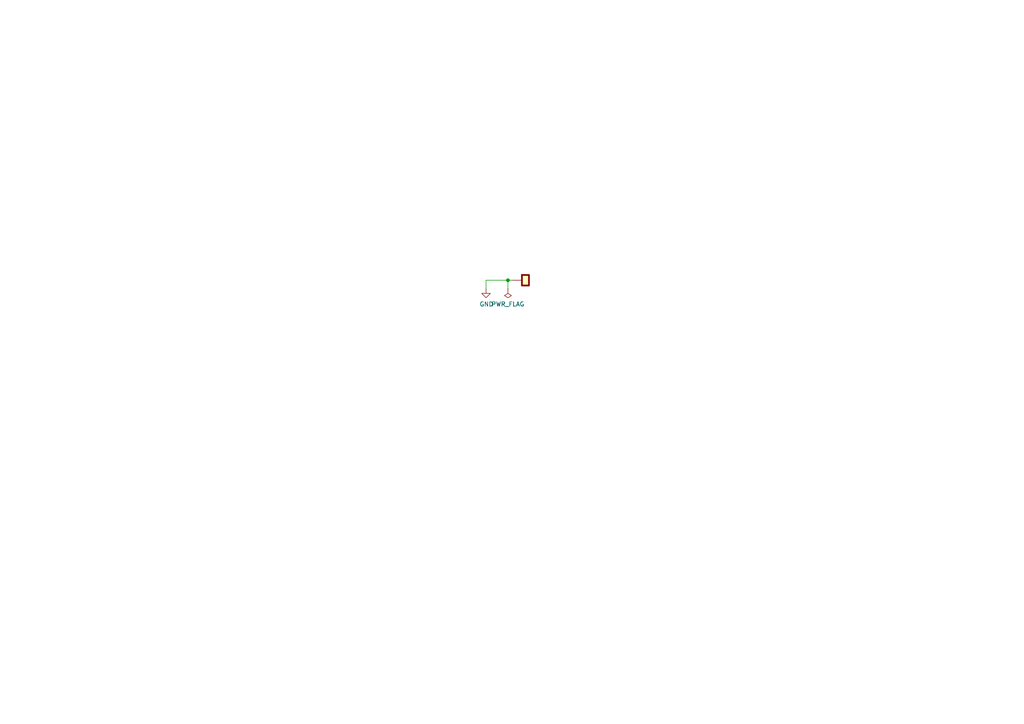
<source format=kicad_sch>
(kicad_sch (version 20211123) (generator eeschema)
  (paper "A4")
  (lib_symbols
    (symbol "cycfi_library:single_pad" (pin_numbers hide) (pin_names (offset 1.016) hide)
      (property "Reference" "H" (at 0 7.62 0))
      (symbol "single_pad_0_1"
        (rectangle (start -1.524 2.286) (end 1.524 0.254) (stroke (width 0.508)) (fill (type background)))
      )
      (symbol "single_pad_1_1"
        (pin input line (at 0 -2.54 90) (length 2.54) (name "1") (number "1"))
      )
    )
    (symbol "power:GND" (power) (pin_names (offset 0))
      (property "Value" "GND" (at 0 -3.81 0))
      (symbol "GND_0_1"
        (polyline (pts (xy 0 0) (xy 0 -1.27) (xy 1.27 -1.27) (xy 0 -2.54) (xy -1.27 -1.27) (xy 0 -1.27)))
      )
      (symbol "GND_1_1"
        (pin power_in line (at 0 0 270) (length 0) hide (name "GND") (number "1"))
      )
    )
    (symbol "power:PWR_FLAG" (power) (pin_numbers hide) (pin_names (offset 0) hide)
      (property "Value" "PWR_FLAG" (at 0 3.81 0))
      (symbol "PWR_FLAG_0_0"
        (pin power_out line (at 0 0 90) (length 0) (name "pwr") (number "1"))
      )
      (symbol "PWR_FLAG_0_1"
        (polyline (pts (xy 0 0) (xy 0 1.27) (xy -1.016 1.905) (xy 0 2.54) (xy 1.016 1.905) (xy 0 1.27)))
      )
    )
  )
  (junction (at 147.32 81.28))
  (wire (pts (xy 140.97 81.28) (xy 147.32 81.28)))
  (wire (pts (xy 140.97 81.28) (xy 140.97 83.82)))
  (wire (pts (xy 147.32 81.28) (xy 147.32 83.82)))
  (wire (pts (xy 147.32 81.28) (xy 148.59 81.28)))
  (symbol (lib_id "power:GND") (at 140.97 83.82 0) (unit 1)
    (property "Reference" "#PWR01" (effects hide))
    (property "Value" "GND" (at 141.097 88.2142 0))
  )
  (symbol (lib_id "power:PWR_FLAG") (at 147.32 83.82 180) (unit 1)
    (property "Reference" "#FLG01" (effects hide))
    (property "Value" "PWR_FLAG" (at 147.32 88.2142 0))
  )
  (symbol (lib_id "cycfi_library:single_pad") (at 151.13 81.28 270) (unit 1)
    (property "Reference" "H1" (effects hide))
    (property "Value" "single_pad" (effects hide))
    (property "Footprint" "xr_spectra_library:rail_slot_3.3" (effects hide))
  )
)
</source>
